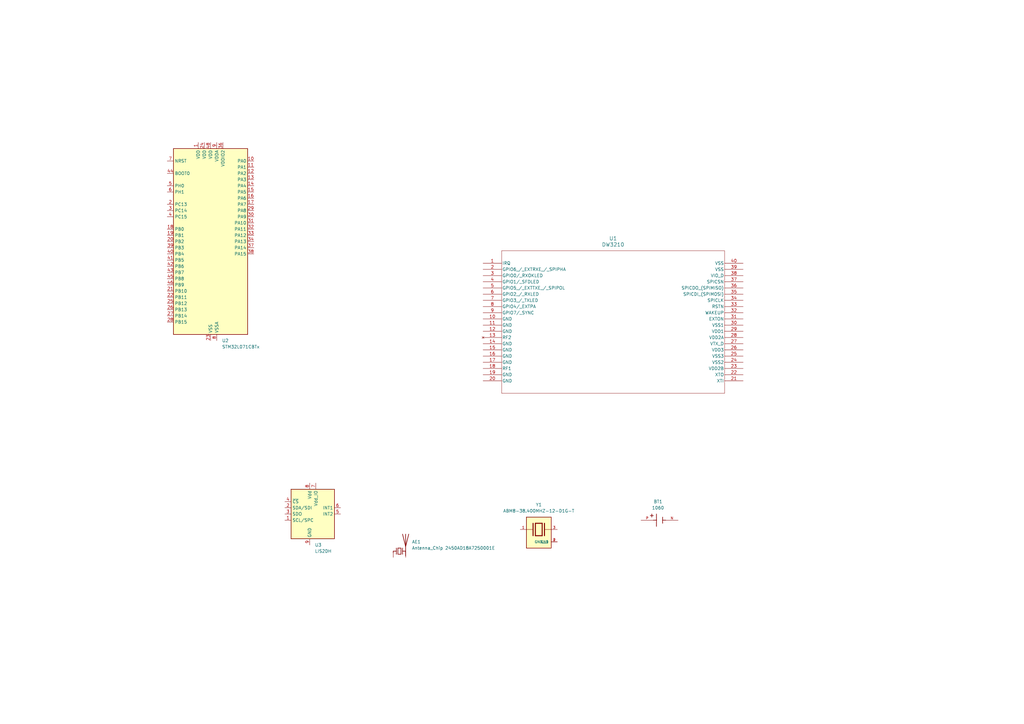
<source format=kicad_sch>
(kicad_sch (version 20250114) (generator "eeschema") (generator_version "9.0")
  (paper "A3")
  (lib_symbols
    (symbol "1060:1060" (pin_names (offset 1.016))
      (property "Reference" "BT" (at -3.81 3.81 0))
      (property "Value" "1060" (at -3.81 -5.08 0))
      (symbol "1060_0_0"
        (polyline (pts (xy -3.81 1.905) (xy -2.54 1.905)) (stroke (width 0.254)))
        (polyline (pts (xy -3.175 2.54) (xy -3.175 1.27)) (stroke (width 0.254)))
        (polyline (pts (xy -1.27 2.54) (xy -1.27 0)) (stroke (width 0.254)))
        (polyline (pts (xy -1.27 0) (xy -2.54 0)) (stroke (width 0.254)))
        (polyline (pts (xy -1.27 0) (xy -1.27 -2.54)) (stroke (width 0.254)))
        (polyline (pts (xy 1.27 1.27) (xy 1.27 0)) (stroke (width 0.254)))
        (polyline (pts (xy 1.27 0) (xy 1.27 -1.27)) (stroke (width 0.254)))
        (polyline (pts (xy 1.27 0) (xy 2.54 0)) (stroke (width 0.254)))
        (pin passive line (at -7.62 0 0) (length 5.08) (name "~") (number "P"))
        (pin passive line (at 7.62 0 180) (length 5.08) (name "~") (number "N"))
      )
    )
    (symbol "ABM8-38.400MHZ-12-D1G-T:ABM8-38.400MHZ-12-D1G-T" (pin_names (offset 1.016))
      (property "Reference" "Y" (at -5.0878 6.3559 0))
      (property "Value" "ABM8-38.400MHZ-12-D1G-T" (at -5.0944 -10.16 0))
      (symbol "ABM8-38.400MHZ-12-D1G-T_0_0"
        (polyline (pts (xy -5.08 0) (xy -2.54 0)) (stroke (width 0.1524)))
        (rectangle (start -5.08 -7.62) (end 5.08 5.08) (stroke (width 0.254)) (fill (type background)))
        (polyline (pts (xy -2.3368 2.54) (xy -2.3368 -2.54)) (stroke (width 0.4064)))
        (polyline (pts (xy -1.397 2.54) (xy -1.397 -2.54)) (stroke (width 0.4064)))
        (polyline (pts (xy -1.397 2.54) (xy 1.397 2.54)) (stroke (width 0.4064)))
        (polyline (pts (xy 1.397 2.54) (xy 1.397 -2.54)) (stroke (width 0.4064)))
        (polyline (pts (xy 1.397 -2.54) (xy -1.397 -2.54)) (stroke (width 0.4064)))
        (polyline (pts (xy 2.3368 2.54) (xy 2.3368 -2.54)) (stroke (width 0.4064)))
        (polyline (pts (xy 2.54 0) (xy 5.08 0)) (stroke (width 0.1524)))
        (pin passive line (at -7.62 0 0) (length 2.54) (name "~") (number "1"))
        (pin passive line (at 7.62 0 180) (length 2.54) (name "~") (number "3"))
        (pin power_in line (at 7.62 -5.08 180) (length 2.54) (name "GND") (number "2"))
        (pin power_in line (at 7.62 -5.08 180) (length 2.54) (name "GND__1") (number "4"))
      )
    )
    (symbol "Device:Antenna_Chip" (pin_numbers (hide yes)) (pin_names (offset 1.016) (hide yes))
      (property "Reference" "AE" (at 0 5.08 0))
      (property "Value" "Antenna_Chip" (at 0 3.175 0))
      (symbol "Antenna_Chip_0_1"
        (polyline (pts (xy -2.54 0) (xy -2.54 -0.635)) (stroke (width 0.254)))
        (polyline (pts (xy -2.54 0) (xy -1.27 0)) (stroke (width 0.254)))
        (polyline (pts (xy -1.27 1.27) (xy -1.27 -1.27) (xy -1.27 0)) (stroke (width 0.254)))
        (polyline (pts (xy -0.635 1.27) (xy 0.635 1.27) (xy 0.635 -1.27) (xy -0.635 -1.27) (xy -0.635 1.27)) (stroke (width 0.254)))
        (polyline (pts (xy 1.27 1.27) (xy 1.27 -1.27)) (stroke (width 0.254)))
        (polyline (pts (xy 1.27 0) (xy 2.54 0)) (stroke (width 0.254)))
        (polyline (pts (xy 2.54 6.985) (xy 2.54 -1.905)) (stroke (width 0.254)))
        (polyline (pts (xy 2.54 -0.635) (xy 2.54 0)))
        (polyline (pts (xy 3.81 6.985) (xy 2.54 1.905) (xy 1.27 6.985)) (stroke (width 0.254)))
      )
      (symbol "Antenna_Chip_1_1"
        (pin input line (at -2.54 -2.54 90) (length 2.54) (name "FEED") (number "1"))
        (pin passive line (at 2.54 -2.54 90) (length 2.54) (name "PCB_Trace") (number "2"))
      )
    )
    (symbol "MCU_ST_STM32L0:STM32L071CBTx"
      (property "Reference" "U" (at -15.24 39.37 0))
      (property "Value" "STM32L071CBTx" (at 7.62 39.37 0))
      (symbol "STM32L071CBTx_0_1"
        (rectangle (start -15.24 -38.1) (end 15.24 38.1) (stroke (width 0.254)) (fill (type background)))
      )
      (symbol "STM32L071CBTx_1_1"
        (pin input line (at -17.78 33.02 0) (length 2.54) (name "NRST") (number "7"))
        (pin input line (at -17.78 27.94 0) (length 2.54) (name "BOOT0") (number "44"))
        (pin bidirectional line (at -17.78 22.86 0) (length 2.54) (name "PH0") (number "5"))
        (pin bidirectional line (at -17.78 20.32 0) (length 2.54) (name "PH1") (number "6"))
        (pin bidirectional line (at -17.78 15.24 0) (length 2.54) (name "PC13") (number "2"))
        (pin bidirectional line (at -17.78 12.7 0) (length 2.54) (name "PC14") (number "3"))
        (pin bidirectional line (at -17.78 10.16 0) (length 2.54) (name "PC15") (number "4"))
        (pin bidirectional line (at -17.78 5.08 0) (length 2.54) (name "PB0") (number "18"))
        (pin bidirectional line (at -17.78 2.54 0) (length 2.54) (name "PB1") (number "19"))
        (pin bidirectional line (at -17.78 0 0) (length 2.54) (name "PB2") (number "20"))
        (pin bidirectional line (at -17.78 -2.54 0) (length 2.54) (name "PB3") (number "39"))
        (pin bidirectional line (at -17.78 -5.08 0) (length 2.54) (name "PB4") (number "40"))
        (pin bidirectional line (at -17.78 -7.62 0) (length 2.54) (name "PB5") (number "41"))
        (pin bidirectional line (at -17.78 -10.16 0) (length 2.54) (name "PB6") (number "42"))
        (pin bidirectional line (at -17.78 -12.7 0) (length 2.54) (name "PB7") (number "43"))
        (pin bidirectional line (at -17.78 -15.24 0) (length 2.54) (name "PB8") (number "45"))
        (pin bidirectional line (at -17.78 -17.78 0) (length 2.54) (name "PB9") (number "46"))
        (pin bidirectional line (at -17.78 -20.32 0) (length 2.54) (name "PB10") (number "21"))
        (pin bidirectional line (at -17.78 -22.86 0) (length 2.54) (name "PB11") (number "22"))
        (pin bidirectional line (at -17.78 -25.4 0) (length 2.54) (name "PB12") (number "25"))
        (pin bidirectional line (at -17.78 -27.94 0) (length 2.54) (name "PB13") (number "26"))
        (pin bidirectional line (at -17.78 -30.48 0) (length 2.54) (name "PB14") (number "27"))
        (pin bidirectional line (at -17.78 -33.02 0) (length 2.54) (name "PB15") (number "28"))
        (pin power_in line (at -5.08 40.64 270) (length 2.54) (name "VDD") (number "1"))
        (pin power_in line (at -2.54 40.64 270) (length 2.54) (name "VDD") (number "24"))
        (pin power_in line (at 0 40.64 270) (length 2.54) (name "VDD") (number "48"))
        (pin power_in line (at 0 -40.64 90) (length 2.54) (name "VSS") (number "23"))
        (pin passive line (at 0 -40.64 90) (length 2.54) (hide yes) (name "VSS") (number "35"))
        (pin passive line (at 0 -40.64 90) (length 2.54) (hide yes) (name "VSS") (number "47"))
        (pin power_in line (at 2.54 40.64 270) (length 2.54) (name "VDDA") (number "9"))
        (pin power_in line (at 2.54 -40.64 90) (length 2.54) (name "VSSA") (number "8"))
        (pin power_in line (at 5.08 40.64 270) (length 2.54) (name "VDDIO2") (number "36"))
        (pin bidirectional line (at 17.78 33.02 180) (length 2.54) (name "PA0") (number "10"))
        (pin bidirectional line (at 17.78 30.48 180) (length 2.54) (name "PA1") (number "11"))
        (pin bidirectional line (at 17.78 27.94 180) (length 2.54) (name "PA2") (number "12"))
        (pin bidirectional line (at 17.78 25.4 180) (length 2.54) (name "PA3") (number "13"))
        (pin bidirectional line (at 17.78 22.86 180) (length 2.54) (name "PA4") (number "14"))
        (pin bidirectional line (at 17.78 20.32 180) (length 2.54) (name "PA5") (number "15"))
        (pin bidirectional line (at 17.78 17.78 180) (length 2.54) (name "PA6") (number "16"))
        (pin bidirectional line (at 17.78 15.24 180) (length 2.54) (name "PA7") (number "17"))
        (pin bidirectional line (at 17.78 12.7 180) (length 2.54) (name "PA8") (number "29"))
        (pin bidirectional line (at 17.78 10.16 180) (length 2.54) (name "PA9") (number "30"))
        (pin bidirectional line (at 17.78 7.62 180) (length 2.54) (name "PA10") (number "31"))
        (pin bidirectional line (at 17.78 5.08 180) (length 2.54) (name "PA11") (number "32"))
        (pin bidirectional line (at 17.78 2.54 180) (length 2.54) (name "PA12") (number "33"))
        (pin bidirectional line (at 17.78 0 180) (length 2.54) (name "PA13") (number "34"))
        (pin bidirectional line (at 17.78 -2.54 180) (length 2.54) (name "PA14") (number "37"))
        (pin bidirectional line (at 17.78 -5.08 180) (length 2.54) (name "PA15") (number "38"))
      )
    )
    (symbol "Sensor_Motion:LIS2DH"
      (property "Reference" "U" (at -8.89 11.43 0))
      (property "Value" "LIS2DH" (at 3.81 11.43 0))
      (symbol "LIS2DH_0_1"
        (rectangle (start -7.62 10.16) (end 10.16 -10.16) (stroke (width 0.254)) (fill (type background)))
      )
      (symbol "LIS2DH_1_1"
        (pin input line (at -10.16 5.08 0) (length 2.54) (name "~{CS}") (number "4"))
        (pin bidirectional line (at -10.16 2.54 0) (length 2.54) (name "SDA/SDI") (number "2"))
        (pin output line (at -10.16 0 0) (length 2.54) (name "SDO") (number "3"))
        (pin input line (at -10.16 -2.54 0) (length 2.54) (name "SCL/SPC") (number "1"))
        (pin power_in line (at 0 12.7 270) (length 2.54) (name "Vdd") (number "8"))
        (pin passive line (at 0 -12.7 90) (length 2.54) (hide yes) (name "GND") (number "10"))
        (pin passive line (at 0 -12.7 90) (length 2.54) (hide yes) (name "GND") (number "11"))
        (pin passive line (at 0 -12.7 90) (length 2.54) (hide yes) (name "GND") (number "12"))
        (pin passive line (at 0 -12.7 90) (length 2.54) (hide yes) (name "GND") (number "13"))
        (pin passive line (at 0 -12.7 90) (length 2.54) (hide yes) (name "GND") (number "14"))
        (pin power_in line (at 0 -12.7 90) (length 2.54) (name "GND") (number "9"))
        (pin power_in line (at 2.54 12.7 270) (length 2.54) (name "Vdd_IO") (number "7"))
        (pin output line (at 12.7 2.54 180) (length 2.54) (name "INT1") (number "6"))
        (pin output line (at 12.7 0 180) (length 2.54) (name "INT2") (number "5"))
      )
    )
    (symbol "dw3210:DW3210" (pin_names (offset 0.254))
      (property "Reference" "U" (at 53.34 10.16 0))
      (property "Value" "DW3210" (at 53.34 7.62 0))
      (symbol "DW3210_0_1"
        (polyline (pts (xy 7.62 5.08) (xy 7.62 -53.34)) (stroke (width 0.127)))
        (polyline (pts (xy 7.62 -53.34) (xy 99.06 -53.34)) (stroke (width 0.127)))
        (polyline (pts (xy 99.06 5.08) (xy 7.62 5.08)) (stroke (width 0.127)))
        (polyline (pts (xy 99.06 -53.34) (xy 99.06 5.08)) (stroke (width 0.127)))
        (pin bidirectional line (at 0 0 0) (length 7.62) (name "IRQ") (number "1"))
        (pin bidirectional line (at 0 -2.54 0) (length 7.62) (name "GPIO6_/_EXTRXE_/_SPIPHA") (number "2"))
        (pin bidirectional line (at 0 -5.08 0) (length 7.62) (name "GPIO0/_RXOKLED") (number "3"))
        (pin bidirectional line (at 0 -7.62 0) (length 7.62) (name "GPIO1/_SFDLED") (number "4"))
        (pin bidirectional line (at 0 -10.16 0) (length 7.62) (name "GPIO5_/_EXTTXE_/_SPIPOL") (number "5"))
        (pin bidirectional line (at 0 -12.7 0) (length 7.62) (name "GPIO2_/_RXLED") (number "6"))
        (pin bidirectional line (at 0 -15.24 0) (length 7.62) (name "GPIO3_/_TXLED") (number "7"))
        (pin bidirectional line (at 0 -17.78 0) (length 7.62) (name "GPIO4/_EXTPA") (number "8"))
        (pin bidirectional line (at 0 -20.32 0) (length 7.62) (name "GPIO7/_SYNC") (number "9"))
        (pin power_out line (at 0 -22.86 0) (length 7.62) (name "GND") (number "10"))
        (pin power_out line (at 0 -25.4 0) (length 7.62) (name "GND") (number "11"))
        (pin power_out line (at 0 -27.94 0) (length 7.62) (name "GND") (number "12"))
        (pin power_out line (at 0 -33.02 0) (length 7.62) (name "GND") (number "14"))
        (pin power_out line (at 0 -35.56 0) (length 7.62) (name "GND") (number "15"))
        (pin power_out line (at 0 -38.1 0) (length 7.62) (name "GND") (number "16"))
        (pin power_out line (at 0 -40.64 0) (length 7.62) (name "GND") (number "17"))
        (pin bidirectional line (at 0 -43.18 0) (length 7.62) (name "RF1") (number "18"))
        (pin power_out line (at 0 -45.72 0) (length 7.62) (name "GND") (number "19"))
        (pin power_out line (at 0 -48.26 0) (length 7.62) (name "GND") (number "20"))
        (pin power_out line (at 106.68 0 180) (length 7.62) (name "VSS") (number "40"))
        (pin power_out line (at 106.68 -2.54 180) (length 7.62) (name "VSS") (number "39"))
        (pin power_in line (at 106.68 -5.08 180) (length 7.62) (name "VIO_D") (number "38"))
        (pin input line (at 106.68 -7.62 180) (length 7.62) (name "SPICSN") (number "37"))
        (pin output line (at 106.68 -10.16 180) (length 7.62) (name "SPICDO_(SPIMISO)") (number "36"))
        (pin input line (at 106.68 -12.7 180) (length 7.62) (name "SPICDI_(SPIMOSI)") (number "35"))
        (pin input line (at 106.68 -15.24 180) (length 7.62) (name "SPICLK") (number "34"))
        (pin bidirectional line (at 106.68 -17.78 180) (length 7.62) (name "RSTN") (number "33"))
        (pin input line (at 106.68 -20.32 180) (length 7.62) (name "WAKEUP") (number "32"))
        (pin output line (at 106.68 -22.86 180) (length 7.62) (name "EXTON") (number "31"))
        (pin power_out line (at 106.68 -25.4 180) (length 7.62) (name "VSS1") (number "30"))
        (pin power_in line (at 106.68 -27.94 180) (length 7.62) (name "VDD1") (number "29"))
        (pin power_in line (at 106.68 -30.48 180) (length 7.62) (name "VDD2A") (number "28"))
        (pin power_in line (at 106.68 -33.02 180) (length 7.62) (name "VTX_D") (number "27"))
        (pin power_in line (at 106.68 -35.56 180) (length 7.62) (name "VDD3") (number "26"))
        (pin power_out line (at 106.68 -38.1 180) (length 7.62) (name "VSS3") (number "25"))
        (pin power_out line (at 106.68 -40.64 180) (length 7.62) (name "VSS2") (number "24"))
        (pin power_in line (at 106.68 -43.18 180) (length 7.62) (name "VDD2B") (number "23"))
        (pin input line (at 106.68 -45.72 180) (length 7.62) (name "XTO") (number "22"))
        (pin input line (at 106.68 -48.26 180) (length 7.62) (name "XTI") (number "21"))
      )
      (symbol "DW3210_1_1"
        (pin no_connect line (at 0 -30.48 0) (length 7.62) (name "RF2") (number "13"))
      )
    )
  )
  (symbol (lib_id "MCU_ST_STM32L0:STM32L071CBTx") (at 86.36 99.06 0) (unit 1)
    (property "Reference" "U2" (at 91.0433 139.7 0) (effects (justify left)))
    (property "Value" "STM32L071CBTx" (at 91.0433 142.24 0) (effects (justify left)))
    (property "Footprint" "Package_QFP:LQFP-48_7x7mm_P0.5mm" (effects (hide yes)))
    (property "Datasheet" "https://www.st.com/resource/en/datasheet/stm32l071cb.pdf" (effects (hide yes)))
    (property "Description" "STMicroelectronics Arm Cortex-M0+ MCU, 128KB flash, 20KB RAM, 32 MHz, 1.65-3.6V, 37 GPIO, LQFP48" (effects (hide yes)))
  )
  (symbol (lib_id "Device:Antenna_Chip") (at 163.83 226.06 0) (unit 1)
    (property "Reference" "AE1" (at 168.91 222.2499 0) (effects (justify left)))
    (property "Value" "Antenna_Chip 2450AD18A7250001E" (at 168.91 224.7899 0) (effects (justify left)))
    (property "Description" "Ceramic chip antenna with pin for PCB trace" (effects (hide yes)))
  )
  (symbol (lib_id "ABM8-38.400MHZ-12-D1G-T:ABM8-38.400MHZ-12-D1G-T") (at 220.98 217.17 0) (unit 1)
    (property "Reference" "Y1" (at 220.98 207.01 0))
    (property "Value" "ABM8-38.400MHZ-12-D1G-T" (at 220.98 209.55 0))
    (property "Footprint" "ABM8-38.400MHZ-12-D1G-T:XTAL_ABM8-38.400MHZ-12-D1G-T" (effects (hide yes)))
    (property "PARTREV" "44041" (effects (hide yes)))
    (property "MANUFACTURER" "Abracon" (effects (hide yes)))
    (property "MAXIMUM_PACKAGE_HEIGHT" "0.8 mm" (effects (hide yes)))
    (property "STANDARD" "Manufacturer Recommendations" (effects (hide yes)))
  )
  (symbol (lib_id "dw3210:DW3210") (at 198.12 107.95 0) (unit 1)
    (property "Reference" "U1" (at 251.46 97.79 0) (effects (font (size 1.524 1.524))))
    (property "Value" "DW3210" (at 251.46 100.33 0) (effects (font (size 1.524 1.524))))
    (property "Footprint" "dw3210:qfn_DW3210_QOR" (effects (hide yes)))
    (property "Datasheet" "DW3220" (effects (hide yes)))
  )
  (symbol (lib_id "1060:1060") (at 270.51 213.36 0) (unit 1)
    (property "Reference" "BT1" (at 269.875 205.74 0))
    (property "Value" "1060" (at 269.875 208.28 0))
    (property "Footprint" "1060:BAT_1060" (effects (hide yes)))
    (property "MF" "Keystone Electronics Corp." (effects (hide yes)))
    (property "MAXIMUM_PACKAGE_HEIGHT" "5.51mm" (effects (hide yes)))
    (property "Package" "1060TR Keystone" (effects (hide yes)))
    (property "Price" "None" (effects (hide yes)))
    (property "Check_prices" "https://www.snapeda.com/parts/1060/Keystone/view-part/?ref=eda" (effects (hide yes)))
    (property "STANDARD" "Manufacturer Recommendations" (effects (hide yes)))
    (property "PARTREV" "L" (effects (hide yes)))
    (property "SnapEDA_Link" "https://www.snapeda.com/parts/1060/Keystone/view-part/?ref=snap" (effects (hide yes)))
    (property "MP" "1060" (effects (hide yes)))
    (property "Description_1" "SMT Holder for 2025 & 2032 Cell" (effects (hide yes)))
    (property "Availability" "In Stock" (effects (hide yes)))
    (property "MANUFACTURER" "Keystone" (effects (hide yes)))
  )
  (symbol (lib_id "Sensor_Motion:LIS2DH") (at 127 210.82 0) (unit 1)
    (property "Reference" "U3" (at 129.1433 223.52 0) (effects (justify left)))
    (property "Value" "LIS2DH" (at 129.1433 226.06 0) (effects (justify left)))
    (property "Footprint" "Package_LGA:LGA-14_2x2mm_P0.35mm_LayoutBorder3x4y" (effects (hide yes)))
    (property "Datasheet" "http://www.st.com/web/en/resource/technical/document/datasheet/DM00042751.pdf" (effects (hide yes)))
    (property "Description" "3-Axis Accelerometer, 2/4/8/16g range, I2C/SPI interface, LGA-14" (effects (hide yes)))
  )
)
</source>
